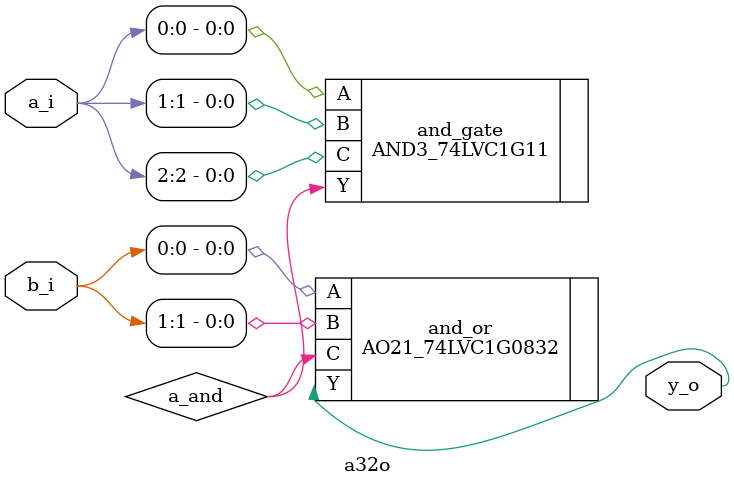
<source format=v>

module a32o (
  input [2:0] a_i,
  input [1:0] b_i,
  output y_o
);
  wire a_and;

  AND3_74LVC1G11 and_gate (
    .A ( a_i[0] ),
    .B ( a_i[1] ),
    .C ( a_i[2] ),
    .Y ( a_and  )
  );

  AO21_74LVC1G0832 and_or (
    .A ( b_i[0] ),
    .B ( b_i[1] ),
    .C ( a_and  ),
    .Y ( y_o    )
  );
endmodule

</source>
